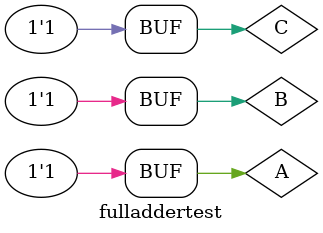
<source format=v>

module fulladdertest;
	reg A;
	reg B;
	reg C;
	wire sum;
	wire carry;
	fulladder uut (
		.A(A), 
		.B(B), 
		.C(C), 
		.sum(sum), 
		.carry(carry)
	);
	initial begin
		A = 0;
		B = 0;
		C = 0;
		#100 A = 0;B = 0;C = 1;
		#100 A = 0;B = 1;C = 0;
		#100 A = 0;B = 1;C = 1;
		#100 A = 1;B = 0;C = 0;
		#100 A = 1;B = 0;C = 1;
		#100 A = 1;B = 1;C = 0;
		#100 A = 1;B = 1;C = 1;
	end

endmodule
</source>
